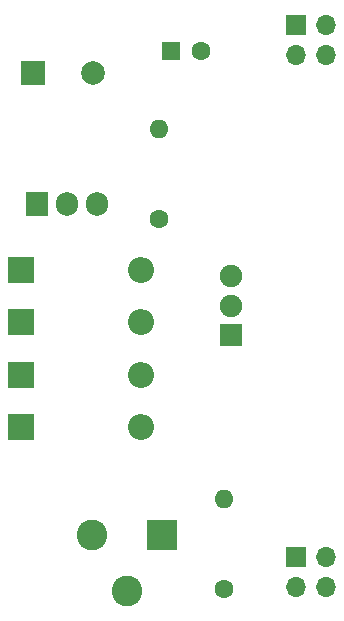
<source format=gbs>
%TF.GenerationSoftware,KiCad,Pcbnew,(5.1.8)-1*%
%TF.CreationDate,2020-12-06T18:17:34-05:00*%
%TF.ProjectId,Breadboar Power Supply v1,42726561-6462-46f6-9172-20506f776572,1.0*%
%TF.SameCoordinates,Original*%
%TF.FileFunction,Soldermask,Bot*%
%TF.FilePolarity,Negative*%
%FSLAX46Y46*%
G04 Gerber Fmt 4.6, Leading zero omitted, Abs format (unit mm)*
G04 Created by KiCad (PCBNEW (5.1.8)-1) date 2020-12-06 18:17:34*
%MOMM*%
%LPD*%
G01*
G04 APERTURE LIST*
%ADD10R,2.000000X2.000000*%
%ADD11C,2.000000*%
%ADD12R,1.600000X1.600000*%
%ADD13C,1.600000*%
%ADD14R,2.200000X2.200000*%
%ADD15O,2.200000X2.200000*%
%ADD16R,2.600000X2.600000*%
%ADD17C,2.600000*%
%ADD18R,1.700000X1.700000*%
%ADD19O,1.700000X1.700000*%
%ADD20O,1.600000X1.600000*%
%ADD21R,1.900000X1.900000*%
%ADD22C,1.900000*%
%ADD23R,1.905000X2.000000*%
%ADD24O,1.905000X2.000000*%
G04 APERTURE END LIST*
D10*
%TO.C,C1*%
X175387000Y-90297000D03*
D11*
X180387000Y-90297000D03*
%TD*%
D12*
%TO.C,C2*%
X187071000Y-88392000D03*
D13*
X189571000Y-88392000D03*
%TD*%
D14*
%TO.C,D1*%
X174349001Y-115815333D03*
D15*
X184509001Y-115815333D03*
%TD*%
%TO.C,D2*%
X184509001Y-106908001D03*
D14*
X174349001Y-106908001D03*
%TD*%
D15*
%TO.C,D3*%
X184509001Y-120269000D03*
D14*
X174349001Y-120269000D03*
%TD*%
%TO.C,D4*%
X174349001Y-111361667D03*
D15*
X184509001Y-111361667D03*
%TD*%
D16*
%TO.C,J1*%
X186309000Y-129413000D03*
D17*
X180309000Y-129413000D03*
X183309000Y-134113000D03*
%TD*%
D18*
%TO.C,J2*%
X197585000Y-86213000D03*
D19*
X200125000Y-86213000D03*
X197585000Y-88753000D03*
X200125000Y-88753000D03*
%TD*%
%TO.C,J3*%
X200125000Y-133747000D03*
X197585000Y-133747000D03*
X200125000Y-131207000D03*
D18*
X197585000Y-131207000D03*
%TD*%
D20*
%TO.C,R1*%
X191516000Y-126365000D03*
D13*
X191516000Y-133985000D03*
%TD*%
%TO.C,R2*%
X186055000Y-102616000D03*
D20*
X186055000Y-94996000D03*
%TD*%
D21*
%TO.C,SW1*%
X192102000Y-112454000D03*
D22*
X192102000Y-109954000D03*
X192102000Y-107454000D03*
%TD*%
D23*
%TO.C,U1*%
X175709001Y-101346000D03*
D24*
X178249001Y-101346000D03*
X180789001Y-101346000D03*
%TD*%
M02*

</source>
